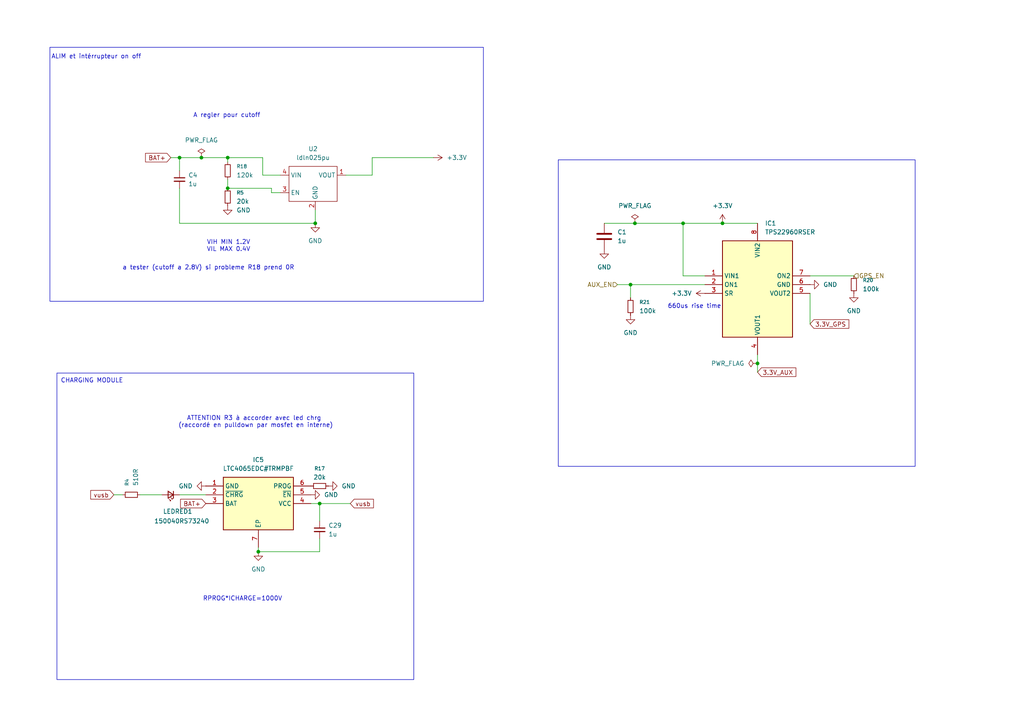
<source format=kicad_sch>
(kicad_sch (version 20250114) (generator "eeschema") (generator_version "9.0")
  (paper "A4")
  (lib_symbols
    (symbol "Device:C" (pin_numbers (hide yes)) (pin_names (offset 0.254))
      (property "Reference" "C" (at 0.635 2.54 0))
      (property "Value" "C" (at 0.635 -2.54 0))
      (symbol "C_0_1"
        (polyline (pts (xy -2.032 0.762) (xy 2.032 0.762)) (stroke (width 0.508)))
        (polyline (pts (xy -2.032 -0.762) (xy 2.032 -0.762)) (stroke (width 0.508)))
      )
      (symbol "C_1_1"
        (pin passive line (at 0 3.81 270) (length 2.794) (name "~") (number "1"))
        (pin passive line (at 0 -3.81 90) (length 2.794) (name "~") (number "2"))
      )
    )
    (symbol "Device:C_Small" (pin_numbers (hide yes)) (pin_names (offset 0.254) (hide yes))
      (property "Reference" "C" (at 0.254 1.778 0))
      (property "Value" "C_Small" (at 0.254 -2.032 0))
      (symbol "C_Small_0_1"
        (polyline (pts (xy -1.524 0.508) (xy 1.524 0.508)) (stroke (width 0.3048)))
        (polyline (pts (xy -1.524 -0.508) (xy 1.524 -0.508)) (stroke (width 0.3302)))
      )
      (symbol "C_Small_1_1"
        (pin passive line (at 0 2.54 270) (length 2.032) (name "~") (number "1"))
        (pin passive line (at 0 -2.54 90) (length 2.032) (name "~") (number "2"))
      )
    )
    (symbol "LED_Small_1" (pin_numbers (hide yes)) (pin_names (offset 0.254) (hide yes))
      (property "Reference" "D" (at -1.27 3.175 0))
      (property "Value" "LED_Small" (at -4.445 -2.54 0))
      (symbol "LED_Small_1_0_1"
        (polyline (pts (xy -0.762 -1.016) (xy -0.762 1.016)) (stroke (width 0.254)))
        (polyline (pts (xy 0 0.762) (xy -0.508 1.27) (xy -0.254 1.27) (xy -0.508 1.27) (xy -0.508 1.016)))
        (polyline (pts (xy 0.508 1.27) (xy 0 1.778) (xy 0.254 1.778) (xy 0 1.778) (xy 0 1.524)))
        (polyline (pts (xy 0.762 -1.016) (xy -0.762 0) (xy 0.762 1.016) (xy 0.762 -1.016)) (stroke (width 0.254)))
        (polyline (pts (xy 1.016 0) (xy -0.762 0)))
      )
      (symbol "LED_Small_1_1_1"
        (pin passive line (at -2.54 0 0) (length 1.778) (name "K") (number "1"))
        (pin passive line (at 2.54 0 180) (length 1.778) (name "A") (number "2"))
      )
    )
    (symbol "R_Small_1" (pin_numbers (hide yes)) (pin_names (offset 0.254) (hide yes))
      (property "Reference" "R" (at 0 0 90))
      (property "Value" "R_Small" (at 1.778 0 90))
      (symbol "R_Small_1_0_1"
        (rectangle (start -0.762 1.778) (end 0.762 -1.778) (stroke (width 0.2032)))
      )
      (symbol "R_Small_1_1_1"
        (pin passive line (at 0 2.54 270) (length 0.762) (name "~") (number "1"))
        (pin passive line (at 0 -2.54 90) (length 0.762) (name "~") (number "2"))
      )
    )
    (symbol "power:+3.3V" (power) (pin_numbers (hide yes)) (pin_names (offset 0) (hide yes))
      (property "Value" "+3.3V" (at 0 3.556 0))
      (symbol "+3.3V_0_1"
        (polyline (pts (xy -0.762 1.27) (xy 0 2.54)))
        (polyline (pts (xy 0 2.54) (xy 0.762 1.27)))
        (polyline (pts (xy 0 0) (xy 0 2.54)))
      )
      (symbol "+3.3V_1_1"
        (pin power_in line (at 0 0 90) (length 0) (name "~") (number "1"))
      )
    )
    (symbol "power:GND" (power) (pin_numbers (hide yes)) (pin_names (offset 0) (hide yes))
      (property "Value" "GND" (at 0 -3.81 0))
      (symbol "GND_0_1"
        (polyline (pts (xy 0 0) (xy 0 -1.27) (xy 1.27 -1.27) (xy 0 -2.54) (xy -1.27 -1.27) (xy 0 -1.27)))
      )
      (symbol "GND_1_1"
        (pin power_in line (at 0 0 270) (length 0) (name "~") (number "1"))
      )
    )
    (symbol "power:PWR_FLAG" (power) (pin_numbers (hide yes)) (pin_names (offset 0) (hide yes))
      (property "Value" "PWR_FLAG" (at 0 3.81 0))
      (symbol "PWR_FLAG_0_0"
        (pin power_out line (at 0 0 90) (length 0) (name "~") (number "1"))
      )
      (symbol "PWR_FLAG_0_1"
        (polyline (pts (xy 0 0) (xy 0 1.27) (xy -1.016 1.905) (xy 0 2.54) (xy 1.016 1.905) (xy 0 1.27)))
      )
    )
    (symbol "samacsys2:LTC4065EDC#TRMPBF"
      (property "Reference" "IC" (at 26.67 7.62 0))
      (property "Value" "LTC4065EDC#TRMPBF" (at 26.67 5.08 0))
      (symbol "LTC4065EDC#TRMPBF_1_1"
        (rectangle (start 5.08 2.54) (end 25.4 -12.7) (stroke (width 0.254)) (fill (type background)))
        (pin passive line (at 0 0 0) (length 5.08) (name "GND") (number "1"))
        (pin passive line (at 0 -2.54 0) (length 5.08) (name "~{CHRG}") (number "2"))
        (pin passive line (at 0 -5.08 0) (length 5.08) (name "BAT") (number "3"))
        (pin passive line (at 15.24 -17.78 90) (length 5.08) (name "EP") (number "7"))
        (pin passive line (at 30.48 0 180) (length 5.08) (name "PROG") (number "6"))
        (pin passive line (at 30.48 -2.54 180) (length 5.08) (name "~{EN}") (number "5"))
        (pin passive line (at 30.48 -5.08 180) (length 5.08) (name "VCC") (number "4"))
      )
    )
    (symbol "samacsys2:TPS22960RSER"
      (property "Reference" "IC" (at 26.67 15.24 0))
      (property "Value" "TPS22960RSER" (at 26.67 12.7 0))
      (symbol "TPS22960RSER_1_1"
        (rectangle (start 5.08 10.16) (end 25.4 -17.78) (stroke (width 0.254)) (fill (type background)))
        (pin free line (at 0 0 0) (length 5.08) (name "VIN1") (number "1"))
        (pin free line (at 0 -2.54 0) (length 5.08) (name "ON1") (number "2"))
        (pin free line (at 0 -5.08 0) (length 5.08) (name "SR") (number "3"))
        (pin power_in line (at 15.24 15.24 270) (length 5.08) (name "VIN2") (number "8"))
        (pin power_in line (at 15.24 -22.86 90) (length 5.08) (name "VOUT1") (number "4"))
        (pin free line (at 30.48 0 180) (length 5.08) (name "ON2") (number "7"))
        (pin free line (at 30.48 -2.54 180) (length 5.08) (name "GND") (number "6"))
        (pin free line (at 30.48 -5.08 180) (length 5.08) (name "VOUT2") (number "5"))
      )
    )
    (symbol "samacsys:ldln025pu"
      (property "Reference" "U" (at 0.254 7.62 0))
      (property "Value" "ldln025pu" (at 0.254 5.08 0))
      (symbol "ldln025pu_0_1"
        (rectangle (start -6.35 3.81) (end 7.62 -6.35))
      )
      (symbol "ldln025pu_1_1"
        (pin free line (at -8.89 1.27 0) (length 2.54) (name "VIN") (number "4"))
        (pin free line (at -8.89 -3.81 0) (length 2.54) (name "EN") (number "3"))
        (pin free line (at 1.27 -8.89 90) (length 2.54) (name "GND") (number "2"))
        (pin free line (at 10.16 1.27 180) (length 2.54) (name "VOUT") (number "1"))
      )
    )
  )
  (rectangle (start 16.51 108.204) (end 120.015 197.104))
  (rectangle (start 161.925 46.355) (end 265.43 135.255))
  (rectangle (start 14.478 13.716) (end 140.208 87.376))
  (text "VIH MIN 1.2V\nVIL MAX 0.4V" (at 66.294 71.374 0) (effects (font (size 1.27 1.27))))
  (text "ALIM et intérrupteur on off" (at 27.94 16.51 0) (effects (font (size 1.27 1.27))))
  (text "A regler pour cutoff" (at 65.786 33.528 0) (effects (font (size 1.27 1.27))))
  (text "a tester (cutoff a 2.8V) si probleme R18 prend 0R" (at 60.452 77.724 0) (effects (font (size 1.27 1.27))))
  (text "RPROG*ICHARGE=1000V" (at 70.358 173.736 0) (effects (font (size 1.27 1.27))))
  (text "ATTENTION R3 à accorder avec led chrg \n(raccordé en pulldown par mosfet en interne)\n" (at 74.168 122.428 0) (effects (font (size 1.27 1.27))))
  (text "CHARGING MODULE" (at 26.67 110.49 0) (effects (font (size 1.27 1.27))))
  (text "660us rise time" (at 201.422 88.9 0) (effects (font (size 1.27 1.27))))
  (junction (at 74.93 160.02))
  (junction (at 198.12 64.77))
  (junction (at 52.07 45.72))
  (junction (at 66.04 45.72))
  (junction (at 182.88 82.55))
  (junction (at 92.71 146.05))
  (junction (at 184.15 64.77))
  (junction (at 209.55 64.77))
  (junction (at 91.44 64.77))
  (junction (at 219.71 105.41))
  (junction (at 58.42 45.72))
  (junction (at 66.04 54.61))
  (wire (pts (xy 66.04 46.99) (xy 66.04 45.72)))
  (wire (pts (xy 52.07 64.77) (xy 91.44 64.77)))
  (wire (pts (xy 66.04 54.61) (xy 78.74 54.61)))
  (wire (pts (xy 100.33 50.8) (xy 107.95 50.8)))
  (wire (pts (xy 52.07 45.72) (xy 52.07 49.53)))
  (wire (pts (xy 234.95 80.01) (xy 247.65 80.01)))
  (wire (pts (xy 58.42 45.72) (xy 66.04 45.72)))
  (wire (pts (xy 92.71 146.05) (xy 90.17 146.05)))
  (wire (pts (xy 198.12 64.77) (xy 209.55 64.77)))
  (wire (pts (xy 59.69 143.51) (xy 52.07 143.51)))
  (wire (pts (xy 92.71 151.13) (xy 92.71 146.05)))
  (wire (pts (xy 78.74 54.61) (xy 78.74 55.88)))
  (wire (pts (xy 52.07 45.72) (xy 58.42 45.72)))
  (wire (pts (xy 175.26 64.77) (xy 184.15 64.77)))
  (wire (pts (xy 78.74 55.88) (xy 81.28 55.88)))
  (wire (pts (xy 81.28 50.8) (xy 76.2 50.8)))
  (wire (pts (xy 234.95 93.98) (xy 234.95 85.09)))
  (wire (pts (xy 40.64 143.51) (xy 46.99 143.51)))
  (wire (pts (xy 101.6 146.05) (xy 92.71 146.05)))
  (wire (pts (xy 182.88 86.36) (xy 182.88 82.55)))
  (wire (pts (xy 52.07 54.61) (xy 52.07 64.77)))
  (wire (pts (xy 74.93 160.02) (xy 74.93 158.75)))
  (wire (pts (xy 204.47 80.01) (xy 198.12 80.01)))
  (wire (pts (xy 92.71 156.21) (xy 92.71 160.02)))
  (wire (pts (xy 49.53 45.72) (xy 52.07 45.72)))
  (wire (pts (xy 179.07 82.55) (xy 182.88 82.55)))
  (wire (pts (xy 107.95 50.8) (xy 107.95 45.72)))
  (wire (pts (xy 184.15 64.77) (xy 198.12 64.77)))
  (wire (pts (xy 198.12 64.77) (xy 198.12 80.01)))
  (wire (pts (xy 182.88 82.55) (xy 204.47 82.55)))
  (wire (pts (xy 76.2 45.72) (xy 66.04 45.72)))
  (wire (pts (xy 219.71 107.95) (xy 219.71 105.41)))
  (wire (pts (xy 209.55 64.77) (xy 219.71 64.77)))
  (wire (pts (xy 66.04 52.07) (xy 66.04 54.61)))
  (wire (pts (xy 33.02 143.51) (xy 35.56 143.51)))
  (wire (pts (xy 91.44 60.96) (xy 91.44 64.77)))
  (wire (pts (xy 76.2 50.8) (xy 76.2 45.72)))
  (wire (pts (xy 92.71 160.02) (xy 74.93 160.02)))
  (wire (pts (xy 107.95 45.72) (xy 125.73 45.72)))
  (wire (pts (xy 219.71 105.41) (xy 219.71 102.87)))
  (global_label "3.3V_AUX" (shape input) (at 219.71 107.95 0) (property "Intersheetrefs" "${INTERSHEET_REFS}" (effects (hide yes))))
  (global_label "vusb" (shape input) (at 33.02 143.51 180) (property "Intersheetrefs" "${INTERSHEET_REFS}" (effects (hide yes))))
  (global_label "BAT+" (shape input) (at 59.69 146.05 180) (property "Intersheetrefs" "${INTERSHEET_REFS}" (effects (hide yes))))
  (global_label "3.3V_GPS" (shape input) (at 234.95 93.98 0) (property "Intersheetrefs" "${INTERSHEET_REFS}" (effects (hide yes))))
  (global_label "BAT+" (shape input) (at 49.53 45.72 180) (property "Intersheetrefs" "${INTERSHEET_REFS}" (effects (hide yes))))
  (global_label "vusb" (shape input) (at 101.6 146.05 0) (property "Intersheetrefs" "${INTERSHEET_REFS}" (effects (hide yes))))
  (hierarchical_label "AUX_EN" (shape input) (at 179.07 82.55 180))
  (hierarchical_label "GPS_EN" (shape input) (at 247.65 80.01 0))
  (symbol (lib_id "power:PWR_FLAG") (at 219.71 105.41 90) (unit 1)
    (property "Reference" "#FLG03" (effects (hide yes)))
    (property "Value" "PWR_FLAG" (at 215.9 105.4099 90) (effects (justify left)))
    (property "Description" "Special symbol for telling ERC where power comes from" (effects (hide yes)))
  )
  (symbol (lib_name "R_Small_1") (lib_id "Device:R_Small") (at 38.1 143.51 270) (unit 1)
    (property "Reference" "R4" (at 36.8299 140.97 0) (effects (font (size 1.016 1.016)) (justify right)))
    (property "Value" "510R" (at 39.3699 140.97 0) (effects (justify right)))
    (property "Footprint" "Resistor_SMD:R_0201_0603Metric_Pad0.64x0.40mm_HandSolder" (effects (hide yes)))
    (property "Description" "Resistor, small symbol" (effects (hide yes)))
    (property "Mouser Part Number" "603-RC0201JR-07510RL" (effects (hide yes)))
    (property "Mouser Price/Stock" "https://www.mouser.fr/ProductDetail/YAGEO/RC0201JR-07510RL?qs=Q4gDqC5t5%2FDAdrMT21SmCw%3D%3D" (effects (hide yes)))
  )
  (symbol (lib_id "samacsys2:TPS22960RSER") (at 204.47 80.01 0) (unit 1)
    (property "Reference" "IC1" (at 221.8533 64.77 0) (effects (justify left)))
    (property "Value" "TPS22960RSER" (at 221.8533 67.31 0) (effects (justify left)))
    (property "Footprint" "samacsys2:TPS22960RSER" (effects (hide yes)))
    (property "Datasheet" "https://www.ti.com/lit/ds/symlink/tps22960.pdf?ts=1638681846865&ref_url=https%253A%252F%252Fwww.google.com%252F" (effects (hide yes)))
    (property "Description" "Power Switch Hi Side 2-OUT 0.5A 0.848Ohm 8-Pin UQFN T/R" (effects (hide yes)))
    (property "Height" "0.6" (effects (hide yes)))
    (property "Manufacturer_Name" "Texas Instruments" (effects (hide yes)))
    (property "Manufacturer_Part_Number" "TPS22960RSER" (effects (hide yes)))
    (property "Mouser Part Number" "595-TPS22960RSER" (effects (hide yes)))
    (property "Mouser Price/Stock" "https://www.mouser.co.uk/ProductDetail/Texas-Instruments/TPS22960RSER?qs=EQxOuqCyzqQpKHLEcq5RSg%3D%3D" (effects (hide yes)))
    (property "Arrow Part Number" "TPS22960RSER" (effects (hide yes)))
    (property "Arrow Price/Stock" "https://www.arrow.com/en/products/tps22960rser/texas-instruments?region=nac" (effects (hide yes)))
  )
  (symbol (lib_id "power:GND") (at 95.25 140.97 90) (mirror x) (unit 1)
    (property "Reference" "#PWR02" (effects (hide yes)))
    (property "Value" "GND" (at 99.06 140.9699 90) (effects (justify right)))
    (property "Description" "Power symbol creates a global label with name \"GND\" , ground" (effects (hide yes)))
  )
  (symbol (lib_id "power:GND") (at 59.69 140.97 270) (unit 1)
    (property "Reference" "#PWR039" (effects (hide yes)))
    (property "Value" "GND" (at 55.88 140.9699 90) (effects (justify right)))
    (property "Description" "Power symbol creates a global label with name \"GND\" , ground" (effects (hide yes)))
  )
  (symbol (lib_name "R_Small_1") (lib_id "Device:R_Small") (at 66.04 57.15 180) (unit 1)
    (property "Reference" "R5" (at 68.58 55.8799 0) (effects (font (size 1.016 1.016)) (justify right)))
    (property "Value" "20k" (at 68.58 58.4199 0) (effects (justify right)))
    (property "Footprint" "Resistor_SMD:R_0201_0603Metric_Pad0.64x0.40mm_HandSolder" (effects (hide yes)))
    (property "Description" "Resistor, small symbol" (effects (hide yes)))
    (property "Mouser Part Number" "603-AC0201FR-0720KL" (effects (hide yes)))
    (property "Mouser Price/Stock" "https://www.mouser.fr/ProductDetail/YAGEO/AC0201FR-0720KL?qs=NgbZBzc1CyEbaKDOC3%252BFfg%3D%3D" (effects (hide yes)))
  )
  (symbol (lib_id "power:+3.3V") (at 204.47 85.09 90) (unit 1)
    (property "Reference" "#PWR033" (effects (hide yes)))
    (property "Value" "+3.3V" (at 200.66 85.0899 90) (effects (justify left)))
    (property "Description" "Power symbol creates a global label with name \"+3.3V\"" (effects (hide yes)))
  )
  (symbol (lib_name "R_Small_1") (lib_id "Device:R_Small") (at 182.88 88.9 180) (unit 1)
    (property "Reference" "R21" (at 185.42 87.6299 0) (effects (font (size 1.016 1.016)) (justify right)))
    (property "Value" "100k" (at 185.42 90.1699 0) (effects (justify right)))
    (property "Footprint" "Resistor_SMD:R_0201_0603Metric_Pad0.64x0.40mm_HandSolder" (effects (hide yes)))
    (property "Description" "Resistor, small symbol" (effects (hide yes)))
    (property "Mouser Part Number" "603-RC0201BR-07100KL" (effects (hide yes)))
    (property "Mouser Price/Stock" "https://www.mouser.fr/ProductDetail/YAGEO/RC0201BR-07100KL?qs=r5DSvlrkXmKB5tn%2FBtA0vQ%3D%3D" (effects (hide yes)))
  )
  (symbol (lib_id "power:+3.3V") (at 125.73 45.72 270) (unit 1)
    (property "Reference" "#PWR06" (effects (hide yes)))
    (property "Value" "+3.3V" (at 129.54 45.7199 90) (effects (justify left)))
    (property "Description" "Power symbol creates a global label with name \"+3.3V\"" (effects (hide yes)))
  )
  (symbol (lib_id "samacsys:ldln025pu") (at 90.17 52.07 0) (unit 1)
    (property "Reference" "U2" (at 90.805 43.18 0))
    (property "Value" "ldln025pu" (at 90.805 45.72 0))
    (property "Footprint" "samacsys:ldln025pu" (effects (hide yes)))
    (property "Mouser Part Number" "511-LDLN025PU33R" (effects (hide yes)))
    (property "Mouser Price/Stock" "https://www.mouser.fr/ProductDetail/STMicroelectronics/LDLN025PU33R?qs=aVyJF2WnouRLo66BkrxZ7g%3D%3D" (effects (hide yes)))
  )
  (symbol (lib_id "power:GND") (at 74.93 160.02 0) (unit 1)
    (property "Reference" "#PWR040" (effects (hide yes)))
    (property "Value" "GND" (at 74.93 165.1 0))
    (property "Description" "Power symbol creates a global label with name \"GND\" , ground" (effects (hide yes)))
  )
  (symbol (lib_id "Device:C_Small") (at 52.07 52.07 0) (unit 1)
    (property "Reference" "C4" (at 54.61 50.8062 0) (effects (justify left)))
    (property "Value" "1u" (at 54.61 53.3462 0) (effects (justify left)))
    (property "Footprint" "Capacitor_SMD:C_0402_1005Metric" (effects (hide yes)))
    (property "Description" "Unpolarized capacitor, small symbol" (effects (hide yes)))
  )
  (symbol (lib_id "power:GND") (at 247.65 85.09 0) (unit 1)
    (property "Reference" "#PWR034" (effects (hide yes)))
    (property "Value" "GND" (at 247.65 90.17 0))
    (property "Description" "Power symbol creates a global label with name \"GND\" , ground" (effects (hide yes)))
  )
  (symbol (lib_id "power:GND") (at 91.44 64.77 0) (unit 1)
    (property "Reference" "#PWR05" (effects (hide yes)))
    (property "Value" "GND" (at 91.44 69.85 0))
    (property "Description" "Power symbol creates a global label with name \"GND\" , ground" (effects (hide yes)))
  )
  (symbol (lib_id "power:GND") (at 66.04 59.69 0) (unit 1)
    (property "Reference" "#PWR054" (effects (hide yes)))
    (property "Value" "GND" (at 68.58 60.9599 0) (effects (justify left)))
    (property "Description" "Power symbol creates a global label with name \"GND\" , ground" (effects (hide yes)))
  )
  (symbol (lib_name "LED_Small_1") (lib_id "Device:LED_Small") (at 49.53 143.51 180) (unit 1)
    (property "Reference" "LEDRED1" (at 47.244 148.336 0) (effects (justify right)))
    (property "Value" "150040RS73240" (at 44.704 151.13 0) (effects (justify right)))
    (property "Footprint" "LED_SMD:LED_0402_1005Metric" (effects (hide yes)))
    (property "Description" "Light emitting diode, small symbol" (effects (hide yes)))
    (property "Sim.Pin" "1=K 2=A" (effects (hide yes)))
    (property "Manufacturer_Name" "Wurth Elektronik" (effects (hide yes)))
    (property "Manufacturer_Part_Number" "150040GS73240" (effects (hide yes)))
    (property "Mouser Part Number" "710-150040GS73240" (effects (hide yes)))
    (property "Mouser Price/Stock" "https://www.mouser.fr/ProductDetail/Wurth-Elektronik/150040GS73240?qs=fAHHVMwC%252Bbgmx0FZHKuCJg%3D%3D" (effects (hide yes)))
  )
  (symbol (lib_id "Device:C") (at 175.26 68.58 0) (unit 1)
    (property "Reference" "C1" (at 179.07 67.3099 0) (effects (justify left)))
    (property "Value" "1u" (at 179.07 69.8499 0) (effects (justify left)))
    (property "Footprint" "Capacitor_SMD:C_0402_1005Metric" (effects (hide yes)))
    (property "Description" "Unpolarized capacitor" (effects (hide yes)))
  )
  (symbol (lib_id "power:PWR_FLAG") (at 184.15 64.77 0) (unit 1)
    (property "Reference" "#FLG05" (effects (hide yes)))
    (property "Value" "PWR_FLAG" (at 184.15 59.69 0))
    (property "Description" "Special symbol for telling ERC where power comes from" (effects (hide yes)))
  )
  (symbol (lib_name "R_Small_1") (lib_id "Device:R_Small") (at 247.65 82.55 180) (unit 1)
    (property "Reference" "R20" (at 250.19 81.2799 0) (effects (font (size 1.016 1.016)) (justify right)))
    (property "Value" "100k" (at 250.19 83.8199 0) (effects (justify right)))
    (property "Footprint" "Resistor_SMD:R_0201_0603Metric_Pad0.64x0.40mm_HandSolder" (effects (hide yes)))
    (property "Description" "Resistor, small symbol" (effects (hide yes)))
    (property "Mouser Part Number" "603-RC0201BR-07100KL" (effects (hide yes)))
    (property "Mouser Price/Stock" "https://www.mouser.fr/ProductDetail/YAGEO/RC0201BR-07100KL?qs=r5DSvlrkXmKB5tn%2FBtA0vQ%3D%3D" (effects (hide yes)))
  )
  (symbol (lib_id "power:GND") (at 175.26 72.39 0) (unit 1)
    (property "Reference" "#PWR020" (effects (hide yes)))
    (property "Value" "GND" (at 175.26 77.47 0))
    (property "Description" "Power symbol creates a global label with name \"GND\" , ground" (effects (hide yes)))
  )
  (symbol (lib_id "Device:C_Small") (at 92.71 153.67 0) (unit 1)
    (property "Reference" "C29" (at 95.25 152.4062 0) (effects (justify left)))
    (property "Value" "1u" (at 95.25 154.9462 0) (effects (justify left)))
    (property "Footprint" "Capacitor_SMD:C_0402_1005Metric" (effects (hide yes)))
    (property "Description" "Unpolarized capacitor, small symbol" (effects (hide yes)))
  )
  (symbol (lib_name "R_Small_1") (lib_id "Device:R_Small") (at 92.71 140.97 90) (mirror x) (unit 1)
    (property "Reference" "R17" (at 92.71 135.89 90) (effects (font (size 1.016 1.016))))
    (property "Value" "20k" (at 92.71 138.43 90))
    (property "Footprint" "Resistor_SMD:R_0201_0603Metric_Pad0.64x0.40mm_HandSolder" (effects (hide yes)))
    (property "Description" "Resistor, small symbol" (effects (hide yes)))
    (property "Mouser Part Number" "603-AC0201FR-0720KL" (effects (hide yes)))
    (property "Mouser Price/Stock" "https://www.mouser.fr/ProductDetail/YAGEO/AC0201FR-0720KL?qs=NgbZBzc1CyEbaKDOC3%252BFfg%3D%3D" (effects (hide yes)))
  )
  (symbol (lib_id "power:PWR_FLAG") (at 58.42 45.72 0) (unit 1)
    (property "Reference" "#FLG01" (effects (hide yes)))
    (property "Value" "PWR_FLAG" (at 58.42 40.64 0))
    (property "Description" "Special symbol for telling ERC where power comes from" (effects (hide yes)))
  )
  (symbol (lib_id "power:GND") (at 90.17 143.51 90) (unit 1)
    (property "Reference" "#PWR03" (effects (hide yes)))
    (property "Value" "GND" (at 93.98 143.5099 90) (effects (justify right)))
    (property "Description" "Power symbol creates a global label with name \"GND\" , ground" (effects (hide yes)))
  )
  (symbol (lib_id "power:GND") (at 234.95 82.55 90) (unit 1)
    (property "Reference" "#PWR022" (effects (hide yes)))
    (property "Value" "GND" (at 238.76 82.5499 90) (effects (justify right)))
    (property "Description" "Power symbol creates a global label with name \"GND\" , ground" (effects (hide yes)))
  )
  (symbol (lib_id "power:GND") (at 182.88 91.44 0) (unit 1)
    (property "Reference" "#PWR041" (effects (hide yes)))
    (property "Value" "GND" (at 182.88 96.52 0))
    (property "Description" "Power symbol creates a global label with name \"GND\" , ground" (effects (hide yes)))
  )
  (symbol (lib_id "power:+3.3V") (at 209.55 64.77 0) (unit 1)
    (property "Reference" "#PWR04" (effects (hide yes)))
    (property "Value" "+3.3V" (at 209.55 59.69 0))
    (property "Description" "Power symbol creates a global label with name \"+3.3V\"" (effects (hide yes)))
  )
  (symbol (lib_name "R_Small_1") (lib_id "Device:R_Small") (at 66.04 49.53 180) (unit 1)
    (property "Reference" "R18" (at 68.58 48.2599 0) (effects (font (size 1.016 1.016)) (justify right)))
    (property "Value" "120k" (at 68.58 50.7999 0) (effects (justify right)))
    (property "Footprint" "Resistor_SMD:R_0201_0603Metric_Pad0.64x0.40mm_HandSolder" (effects (hide yes)))
    (property "Description" "Resistor, small symbol" (effects (hide yes)))
    (property "Mouser Part Number" "603-RC0201JR-07120KL" (effects (hide yes)))
    (property "Mouser Price/Stock" "https://www.mouser.fr/ProductDetail/YAGEO/RC0201JR-07120KL?qs=50q%252BZR8McTE42SrRwjbjMg%3D%3D" (effects (hide yes)))
  )
  (symbol (lib_id "samacsys2:LTC4065EDC#TRMPBF") (at 59.69 140.97 0) (unit 1)
    (property "Reference" "IC5" (at 74.93 133.35 0))
    (property "Value" "LTC4065EDC#TRMPBF" (at 74.93 135.89 0))
    (property "Footprint" "samacsys2:SON50P200X200X80-7N-D" (effects (hide yes)))
    (property "Datasheet" "https://www.arrow.com/en/products/ltc4065edctrmpbf/analog-devices" (effects (hide yes)))
    (property "Description" "Battery Charger Li-Ion 500mA 4.2V 6-Pin DFN EP T/R" (effects (hide yes)))
    (property "Height" "0.8" (effects (hide yes)))
    (property "Manufacturer_Name" "Analog Devices" (effects (hide yes)))
    (property "Manufacturer_Part_Number" "LTC4065EDC#TRMPBF" (effects (hide yes)))
    (property "Mouser Part Number" "584-LTC4065EDCTRMPBF" (effects (hide yes)))
    (property "Mouser Price/Stock" "https://www.mouser.co.uk/ProductDetail/Analog-Devices/LTC4065EDCTRMPBF?qs=hVkxg5c3xu%252BjxEjwXqRRgQ%3D%3D" (effects (hide yes)))
    (property "Arrow Part Number" "LTC4065EDC#TRMPBF" (effects (hide yes)))
    (property "Arrow Price/Stock" "https://www.arrow.com/en/products/ltc4065edctrmpbf/analog-devices?region=nac" (effects (hide yes)))
  )
)
</source>
